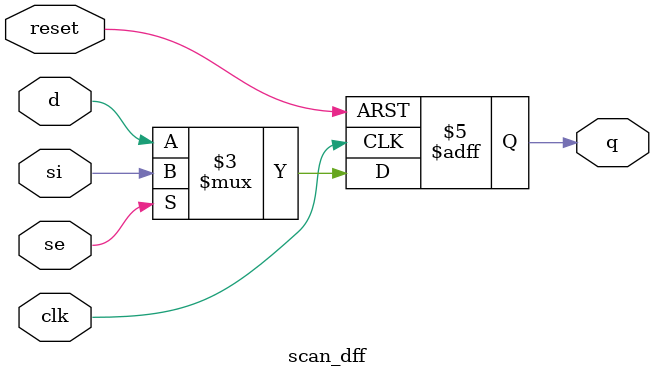
<source format=v>
module scan_dff (
  input clk,
  input reset,
  input d,
  input si,
  input se,
  output reg q
);

always @(posedge clk or posedge reset) begin
  if (reset)
    q <= 0;
  else if (se)
    q <= si;   // scan mode
  else
    q <= d;    // functional mode
end

endmodule

</source>
